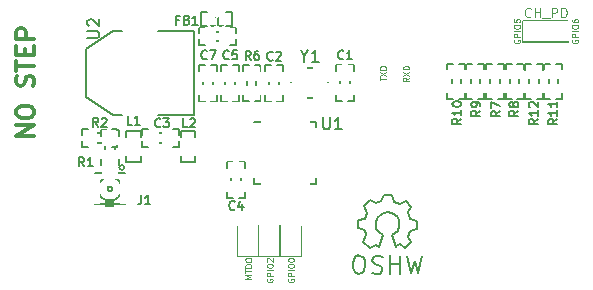
<source format=gto>
G04 #@! TF.FileFunction,Legend,Top*
%FSLAX46Y46*%
G04 Gerber Fmt 4.6, Leading zero omitted, Abs format (unit mm)*
G04 Created by KiCad (PCBNEW 4.0.1-3.201512221401+6198~38~ubuntu15.10.1-stable) date Fri 01 Jan 2016 03:11:18 PM CST*
%MOMM*%
G01*
G04 APERTURE LIST*
%ADD10C,0.100000*%
%ADD11C,0.125000*%
%ADD12C,0.375000*%
%ADD13C,0.150000*%
%ADD14C,0.203200*%
%ADD15C,0.152400*%
%ADD16R,1.365200X1.670000*%
%ADD17C,3.150000*%
%ADD18R,1.400000X1.350000*%
%ADD19R,1.800000X1.600000*%
%ADD20R,1.100000X0.650000*%
%ADD21R,0.650000X1.100000*%
%ADD22R,2.125000X2.125000*%
%ADD23R,1.100000X1.100000*%
%ADD24R,2.127200X2.127200*%
%ADD25O,2.127200X2.127200*%
%ADD26R,1.350000X1.400000*%
%ADD27R,1.400000X1.300000*%
%ADD28R,1.400000X1.400000*%
%ADD29R,1.400000X2.600000*%
%ADD30R,1.300000X1.400000*%
%ADD31C,1.924000*%
%ADD32R,2.432000X4.057600*%
%ADD33R,2.432000X1.416000*%
%ADD34R,1.670000X1.365200*%
G04 APERTURE END LIST*
D10*
D11*
X80900000Y-114138095D02*
X80876190Y-114185714D01*
X80876190Y-114257142D01*
X80900000Y-114328571D01*
X80947619Y-114376190D01*
X80995238Y-114399999D01*
X81090476Y-114423809D01*
X81161905Y-114423809D01*
X81257143Y-114399999D01*
X81304762Y-114376190D01*
X81352381Y-114328571D01*
X81376190Y-114257142D01*
X81376190Y-114209523D01*
X81352381Y-114138095D01*
X81328571Y-114114285D01*
X81161905Y-114114285D01*
X81161905Y-114209523D01*
X81376190Y-113899999D02*
X80876190Y-113899999D01*
X80876190Y-113709523D01*
X80900000Y-113661904D01*
X80923810Y-113638095D01*
X80971429Y-113614285D01*
X81042857Y-113614285D01*
X81090476Y-113638095D01*
X81114286Y-113661904D01*
X81138095Y-113709523D01*
X81138095Y-113899999D01*
X81376190Y-113399999D02*
X80876190Y-113399999D01*
X80876190Y-113066666D02*
X80876190Y-112971428D01*
X80900000Y-112923809D01*
X80947619Y-112876190D01*
X81042857Y-112852381D01*
X81209524Y-112852381D01*
X81304762Y-112876190D01*
X81352381Y-112923809D01*
X81376190Y-112971428D01*
X81376190Y-113066666D01*
X81352381Y-113114285D01*
X81304762Y-113161904D01*
X81209524Y-113185714D01*
X81042857Y-113185714D01*
X80947619Y-113161904D01*
X80900000Y-113114285D01*
X80876190Y-113066666D01*
X80923810Y-112661904D02*
X80900000Y-112638094D01*
X80876190Y-112590475D01*
X80876190Y-112471428D01*
X80900000Y-112423809D01*
X80923810Y-112399999D01*
X80971429Y-112376190D01*
X81019048Y-112376190D01*
X81090476Y-112399999D01*
X81376190Y-112685713D01*
X81376190Y-112376190D01*
X82700000Y-114138095D02*
X82676190Y-114185714D01*
X82676190Y-114257142D01*
X82700000Y-114328571D01*
X82747619Y-114376190D01*
X82795238Y-114399999D01*
X82890476Y-114423809D01*
X82961905Y-114423809D01*
X83057143Y-114399999D01*
X83104762Y-114376190D01*
X83152381Y-114328571D01*
X83176190Y-114257142D01*
X83176190Y-114209523D01*
X83152381Y-114138095D01*
X83128571Y-114114285D01*
X82961905Y-114114285D01*
X82961905Y-114209523D01*
X83176190Y-113899999D02*
X82676190Y-113899999D01*
X82676190Y-113709523D01*
X82700000Y-113661904D01*
X82723810Y-113638095D01*
X82771429Y-113614285D01*
X82842857Y-113614285D01*
X82890476Y-113638095D01*
X82914286Y-113661904D01*
X82938095Y-113709523D01*
X82938095Y-113899999D01*
X83176190Y-113399999D02*
X82676190Y-113399999D01*
X82676190Y-113066666D02*
X82676190Y-112971428D01*
X82700000Y-112923809D01*
X82747619Y-112876190D01*
X82842857Y-112852381D01*
X83009524Y-112852381D01*
X83104762Y-112876190D01*
X83152381Y-112923809D01*
X83176190Y-112971428D01*
X83176190Y-113066666D01*
X83152381Y-113114285D01*
X83104762Y-113161904D01*
X83009524Y-113185714D01*
X82842857Y-113185714D01*
X82747619Y-113161904D01*
X82700000Y-113114285D01*
X82676190Y-113066666D01*
X82676190Y-112542856D02*
X82676190Y-112495237D01*
X82700000Y-112447618D01*
X82723810Y-112423809D01*
X82771429Y-112399999D01*
X82866667Y-112376190D01*
X82985714Y-112376190D01*
X83080952Y-112399999D01*
X83128571Y-112423809D01*
X83152381Y-112447618D01*
X83176190Y-112495237D01*
X83176190Y-112542856D01*
X83152381Y-112590475D01*
X83128571Y-112614285D01*
X83080952Y-112638094D01*
X82985714Y-112661904D01*
X82866667Y-112661904D01*
X82771429Y-112638094D01*
X82723810Y-112614285D01*
X82700000Y-112590475D01*
X82676190Y-112542856D01*
X79576190Y-114119047D02*
X79076190Y-114119047D01*
X79433333Y-113952381D01*
X79076190Y-113785714D01*
X79576190Y-113785714D01*
X79076190Y-113619047D02*
X79076190Y-113333333D01*
X79576190Y-113476190D02*
X79076190Y-113476190D01*
X79576190Y-113166666D02*
X79076190Y-113166666D01*
X79076190Y-113047619D01*
X79100000Y-112976190D01*
X79147619Y-112928571D01*
X79195238Y-112904762D01*
X79290476Y-112880952D01*
X79361905Y-112880952D01*
X79457143Y-112904762D01*
X79504762Y-112928571D01*
X79552381Y-112976190D01*
X79576190Y-113047619D01*
X79576190Y-113166666D01*
X79076190Y-112571428D02*
X79076190Y-112476190D01*
X79100000Y-112428571D01*
X79147619Y-112380952D01*
X79242857Y-112357143D01*
X79409524Y-112357143D01*
X79504762Y-112380952D01*
X79552381Y-112428571D01*
X79576190Y-112476190D01*
X79576190Y-112571428D01*
X79552381Y-112619047D01*
X79504762Y-112666666D01*
X79409524Y-112690476D01*
X79242857Y-112690476D01*
X79147619Y-112666666D01*
X79100000Y-112619047D01*
X79076190Y-112571428D01*
X106750000Y-93888095D02*
X106726190Y-93935714D01*
X106726190Y-94007142D01*
X106750000Y-94078571D01*
X106797619Y-94126190D01*
X106845238Y-94149999D01*
X106940476Y-94173809D01*
X107011905Y-94173809D01*
X107107143Y-94149999D01*
X107154762Y-94126190D01*
X107202381Y-94078571D01*
X107226190Y-94007142D01*
X107226190Y-93959523D01*
X107202381Y-93888095D01*
X107178571Y-93864285D01*
X107011905Y-93864285D01*
X107011905Y-93959523D01*
X107226190Y-93649999D02*
X106726190Y-93649999D01*
X106726190Y-93459523D01*
X106750000Y-93411904D01*
X106773810Y-93388095D01*
X106821429Y-93364285D01*
X106892857Y-93364285D01*
X106940476Y-93388095D01*
X106964286Y-93411904D01*
X106988095Y-93459523D01*
X106988095Y-93649999D01*
X107226190Y-93149999D02*
X106726190Y-93149999D01*
X106726190Y-92816666D02*
X106726190Y-92721428D01*
X106750000Y-92673809D01*
X106797619Y-92626190D01*
X106892857Y-92602381D01*
X107059524Y-92602381D01*
X107154762Y-92626190D01*
X107202381Y-92673809D01*
X107226190Y-92721428D01*
X107226190Y-92816666D01*
X107202381Y-92864285D01*
X107154762Y-92911904D01*
X107059524Y-92935714D01*
X106892857Y-92935714D01*
X106797619Y-92911904D01*
X106750000Y-92864285D01*
X106726190Y-92816666D01*
X106726190Y-92173809D02*
X106726190Y-92269047D01*
X106750000Y-92316666D01*
X106773810Y-92340475D01*
X106845238Y-92388094D01*
X106940476Y-92411904D01*
X107130952Y-92411904D01*
X107178571Y-92388094D01*
X107202381Y-92364285D01*
X107226190Y-92316666D01*
X107226190Y-92221428D01*
X107202381Y-92173809D01*
X107178571Y-92149999D01*
X107130952Y-92126190D01*
X107011905Y-92126190D01*
X106964286Y-92149999D01*
X106940476Y-92173809D01*
X106916667Y-92221428D01*
X106916667Y-92316666D01*
X106940476Y-92364285D01*
X106964286Y-92388094D01*
X107011905Y-92411904D01*
X101850000Y-93888095D02*
X101826190Y-93935714D01*
X101826190Y-94007142D01*
X101850000Y-94078571D01*
X101897619Y-94126190D01*
X101945238Y-94149999D01*
X102040476Y-94173809D01*
X102111905Y-94173809D01*
X102207143Y-94149999D01*
X102254762Y-94126190D01*
X102302381Y-94078571D01*
X102326190Y-94007142D01*
X102326190Y-93959523D01*
X102302381Y-93888095D01*
X102278571Y-93864285D01*
X102111905Y-93864285D01*
X102111905Y-93959523D01*
X102326190Y-93649999D02*
X101826190Y-93649999D01*
X101826190Y-93459523D01*
X101850000Y-93411904D01*
X101873810Y-93388095D01*
X101921429Y-93364285D01*
X101992857Y-93364285D01*
X102040476Y-93388095D01*
X102064286Y-93411904D01*
X102088095Y-93459523D01*
X102088095Y-93649999D01*
X102326190Y-93149999D02*
X101826190Y-93149999D01*
X101826190Y-92816666D02*
X101826190Y-92721428D01*
X101850000Y-92673809D01*
X101897619Y-92626190D01*
X101992857Y-92602381D01*
X102159524Y-92602381D01*
X102254762Y-92626190D01*
X102302381Y-92673809D01*
X102326190Y-92721428D01*
X102326190Y-92816666D01*
X102302381Y-92864285D01*
X102254762Y-92911904D01*
X102159524Y-92935714D01*
X101992857Y-92935714D01*
X101897619Y-92911904D01*
X101850000Y-92864285D01*
X101826190Y-92816666D01*
X101826190Y-92149999D02*
X101826190Y-92388094D01*
X102064286Y-92411904D01*
X102040476Y-92388094D01*
X102016667Y-92340475D01*
X102016667Y-92221428D01*
X102040476Y-92173809D01*
X102064286Y-92149999D01*
X102111905Y-92126190D01*
X102230952Y-92126190D01*
X102278571Y-92149999D01*
X102302381Y-92173809D01*
X102326190Y-92221428D01*
X102326190Y-92340475D01*
X102302381Y-92388094D01*
X102278571Y-92411904D01*
D12*
X61178571Y-102000000D02*
X59678571Y-102000000D01*
X61178571Y-101142857D01*
X59678571Y-101142857D01*
X59678571Y-100142857D02*
X59678571Y-99857143D01*
X59750000Y-99714285D01*
X59892857Y-99571428D01*
X60178571Y-99500000D01*
X60678571Y-99500000D01*
X60964286Y-99571428D01*
X61107143Y-99714285D01*
X61178571Y-99857143D01*
X61178571Y-100142857D01*
X61107143Y-100285714D01*
X60964286Y-100428571D01*
X60678571Y-100500000D01*
X60178571Y-100500000D01*
X59892857Y-100428571D01*
X59750000Y-100285714D01*
X59678571Y-100142857D01*
X61107143Y-97785714D02*
X61178571Y-97571428D01*
X61178571Y-97214285D01*
X61107143Y-97071428D01*
X61035714Y-96999999D01*
X60892857Y-96928571D01*
X60750000Y-96928571D01*
X60607143Y-96999999D01*
X60535714Y-97071428D01*
X60464286Y-97214285D01*
X60392857Y-97499999D01*
X60321429Y-97642857D01*
X60250000Y-97714285D01*
X60107143Y-97785714D01*
X59964286Y-97785714D01*
X59821429Y-97714285D01*
X59750000Y-97642857D01*
X59678571Y-97499999D01*
X59678571Y-97142857D01*
X59750000Y-96928571D01*
X59678571Y-96500000D02*
X59678571Y-95642857D01*
X61178571Y-96071428D02*
X59678571Y-96071428D01*
X60392857Y-95142857D02*
X60392857Y-94642857D01*
X61178571Y-94428571D02*
X61178571Y-95142857D01*
X59678571Y-95142857D01*
X59678571Y-94428571D01*
X61178571Y-93785714D02*
X59678571Y-93785714D01*
X59678571Y-93214286D01*
X59750000Y-93071428D01*
X59821429Y-93000000D01*
X59964286Y-92928571D01*
X60178571Y-92928571D01*
X60321429Y-93000000D01*
X60392857Y-93071428D01*
X60464286Y-93214286D01*
X60464286Y-93785714D01*
D13*
X102595000Y-94039000D02*
X106405000Y-94039000D01*
X106405000Y-94039000D02*
X106405000Y-92261000D01*
X106405000Y-92261000D02*
X102595000Y-92261000D01*
X102595000Y-94039000D02*
X102595000Y-92261000D01*
D14*
X77000000Y-96000000D02*
X77500000Y-96000000D01*
X77000000Y-96000000D02*
X77000000Y-96500000D01*
X78500000Y-96000000D02*
X78000000Y-96000000D01*
X78500000Y-96000000D02*
X78500000Y-96500000D01*
X78500000Y-99100000D02*
X78500000Y-98600000D01*
X78500000Y-99100000D02*
X78000000Y-99100000D01*
X77000000Y-99100000D02*
X77000000Y-98600000D01*
X77000000Y-99100000D02*
X77500000Y-99100000D01*
X77350000Y-97150000D02*
X78150000Y-97150000D01*
X77350000Y-97950000D02*
X78150000Y-97950000D01*
X77350000Y-98350000D02*
X78150000Y-98350000D01*
X78150000Y-98350000D02*
X78150000Y-96750000D01*
X78150000Y-96750000D02*
X77350000Y-96750000D01*
X77350000Y-96750000D02*
X77350000Y-98350000D01*
D13*
X86106700Y-98834120D02*
X82906700Y-98834120D01*
X82906700Y-98834120D02*
X82906700Y-96234120D01*
X82906700Y-96234120D02*
X86106700Y-96234120D01*
X86106700Y-96234120D02*
X86106700Y-98834120D01*
X85085800Y-100825000D02*
X85085800Y-101350000D01*
X79835800Y-106075000D02*
X79835800Y-105550000D01*
X85085800Y-106075000D02*
X85085800Y-105550000D01*
X79835800Y-100825000D02*
X80360800Y-100825000D01*
X79835800Y-106075000D02*
X80360800Y-106075000D01*
X85085800Y-106075000D02*
X84560800Y-106075000D01*
X85085800Y-100825000D02*
X84560800Y-100825000D01*
D14*
X77950000Y-91500000D02*
X77950000Y-92700000D01*
X77950000Y-92700000D02*
X77450000Y-92700000D01*
X77950000Y-91500000D02*
X77450000Y-91500000D01*
X75350000Y-92700000D02*
X75350000Y-91500000D01*
X75350000Y-91500000D02*
X75850000Y-91500000D01*
X75350000Y-92700000D02*
X75850000Y-92700000D01*
X69000000Y-101600000D02*
X70200000Y-101600000D01*
X70200000Y-101600000D02*
X70200000Y-102100000D01*
X69000000Y-101600000D02*
X69000000Y-102100000D01*
X70200000Y-104200000D02*
X69000000Y-104200000D01*
X69000000Y-104200000D02*
X69000000Y-103700000D01*
X70200000Y-104200000D02*
X70200000Y-103700000D01*
X73600000Y-101600000D02*
X74800000Y-101600000D01*
X74800000Y-101600000D02*
X74800000Y-102100000D01*
X73600000Y-101600000D02*
X73600000Y-102100000D01*
X74800000Y-104200000D02*
X73600000Y-104200000D01*
X73600000Y-104200000D02*
X73600000Y-103700000D01*
X74800000Y-104200000D02*
X74800000Y-103700000D01*
X76650000Y-99100000D02*
X76150000Y-99100000D01*
X76650000Y-99100000D02*
X76650000Y-98600000D01*
X75150000Y-99100000D02*
X75650000Y-99100000D01*
X75150000Y-99100000D02*
X75150000Y-98600000D01*
X75150000Y-96000000D02*
X75150000Y-96500000D01*
X75150000Y-96000000D02*
X75650000Y-96000000D01*
X76650000Y-96000000D02*
X76650000Y-96500000D01*
X76650000Y-96000000D02*
X76150000Y-96000000D01*
X76300000Y-97950000D02*
X75500000Y-97950000D01*
X76300000Y-97150000D02*
X75500000Y-97150000D01*
X76300000Y-96750000D02*
X75500000Y-96750000D01*
X75500000Y-96750000D02*
X75500000Y-98350000D01*
X75500000Y-98350000D02*
X76300000Y-98350000D01*
X76300000Y-98350000D02*
X76300000Y-96750000D01*
X78245200Y-92850000D02*
X78245200Y-93350000D01*
X78245200Y-92850000D02*
X77745200Y-92850000D01*
X78245200Y-94350000D02*
X78245200Y-93850000D01*
X78245200Y-94350000D02*
X77745200Y-94350000D01*
X75145200Y-94350000D02*
X75645200Y-94350000D01*
X75145200Y-94350000D02*
X75145200Y-93850000D01*
X75145200Y-92850000D02*
X75645200Y-92850000D01*
X75145200Y-92850000D02*
X75145200Y-93350000D01*
X77095200Y-93200000D02*
X77095200Y-94000000D01*
X76295200Y-93200000D02*
X76295200Y-94000000D01*
X75895200Y-93200000D02*
X75895200Y-94000000D01*
X75895200Y-94000000D02*
X77495200Y-94000000D01*
X77495200Y-94000000D02*
X77495200Y-93200000D01*
X77495200Y-93200000D02*
X75895200Y-93200000D01*
X79032800Y-107300000D02*
X78532800Y-107300000D01*
X79032800Y-107300000D02*
X79032800Y-106800000D01*
X77532800Y-107300000D02*
X78032800Y-107300000D01*
X77532800Y-107300000D02*
X77532800Y-106800000D01*
X77532800Y-104200000D02*
X77532800Y-104700000D01*
X77532800Y-104200000D02*
X78032800Y-104200000D01*
X79032800Y-104200000D02*
X79032800Y-104700000D01*
X79032800Y-104200000D02*
X78532800Y-104200000D01*
X78682800Y-106150000D02*
X77882800Y-106150000D01*
X78682800Y-105350000D02*
X77882800Y-105350000D01*
X78682800Y-104950000D02*
X77882800Y-104950000D01*
X77882800Y-104950000D02*
X77882800Y-106550000D01*
X77882800Y-106550000D02*
X78682800Y-106550000D01*
X78682800Y-106550000D02*
X78682800Y-104950000D01*
X80750000Y-96000000D02*
X81250000Y-96000000D01*
X80750000Y-96000000D02*
X80750000Y-96500000D01*
X82250000Y-96000000D02*
X81750000Y-96000000D01*
X82250000Y-96000000D02*
X82250000Y-96500000D01*
X82250000Y-99100000D02*
X82250000Y-98600000D01*
X82250000Y-99100000D02*
X81750000Y-99100000D01*
X80750000Y-99100000D02*
X80750000Y-98600000D01*
X80750000Y-99100000D02*
X81250000Y-99100000D01*
X81100000Y-97150000D02*
X81900000Y-97150000D01*
X81100000Y-97950000D02*
X81900000Y-97950000D01*
X81100000Y-98350000D02*
X81900000Y-98350000D01*
X81900000Y-98350000D02*
X81900000Y-96750000D01*
X81900000Y-96750000D02*
X81100000Y-96750000D01*
X81100000Y-96750000D02*
X81100000Y-98350000D01*
X88250000Y-99089000D02*
X87750000Y-99089000D01*
X88250000Y-99089000D02*
X88250000Y-98589000D01*
X86750000Y-99089000D02*
X87250000Y-99089000D01*
X86750000Y-99089000D02*
X86750000Y-98589000D01*
X86750000Y-95989000D02*
X86750000Y-96489000D01*
X86750000Y-95989000D02*
X87250000Y-95989000D01*
X88250000Y-95989000D02*
X88250000Y-96489000D01*
X88250000Y-95989000D02*
X87750000Y-95989000D01*
X87900000Y-97939000D02*
X87100000Y-97939000D01*
X87900000Y-97139000D02*
X87100000Y-97139000D01*
X87900000Y-96739000D02*
X87100000Y-96739000D01*
X87100000Y-96739000D02*
X87100000Y-98339000D01*
X87100000Y-98339000D02*
X87900000Y-98339000D01*
X87900000Y-98339000D02*
X87900000Y-96739000D01*
X70338200Y-102950000D02*
X70338200Y-102450000D01*
X70338200Y-102950000D02*
X70838200Y-102950000D01*
X70338200Y-101450000D02*
X70338200Y-101950000D01*
X70338200Y-101450000D02*
X70838200Y-101450000D01*
X73438200Y-101450000D02*
X72938200Y-101450000D01*
X73438200Y-101450000D02*
X73438200Y-101950000D01*
X73438200Y-102950000D02*
X72938200Y-102950000D01*
X73438200Y-102950000D02*
X73438200Y-102450000D01*
X71488200Y-102600000D02*
X71488200Y-101800000D01*
X72288200Y-102600000D02*
X72288200Y-101800000D01*
X72688200Y-102600000D02*
X72688200Y-101800000D01*
X72688200Y-101800000D02*
X71088200Y-101800000D01*
X71088200Y-101800000D02*
X71088200Y-102600000D01*
X71088200Y-102600000D02*
X72688200Y-102600000D01*
X104250000Y-95902280D02*
X104250000Y-96402280D01*
X103750000Y-95902280D02*
X104250000Y-95902280D01*
X102750000Y-95902280D02*
X103250000Y-95902280D01*
X102750000Y-96402280D02*
X102750000Y-95902280D01*
X102750000Y-98902280D02*
X102750000Y-98402280D01*
X103250000Y-98902280D02*
X102750000Y-98902280D01*
X104250000Y-98902280D02*
X103750000Y-98902280D01*
X104250000Y-98902280D02*
X104250000Y-98402280D01*
X103900000Y-96602280D02*
X103100000Y-96602280D01*
X103100000Y-96602280D02*
X103100000Y-98202280D01*
X103100000Y-98202280D02*
X103900000Y-98202280D01*
X103900000Y-98202280D02*
X103900000Y-96602280D01*
X97676360Y-95900000D02*
X97676360Y-96400000D01*
X97176360Y-95900000D02*
X97676360Y-95900000D01*
X96176360Y-95900000D02*
X96676360Y-95900000D01*
X96176360Y-96400000D02*
X96176360Y-95900000D01*
X96176360Y-98900000D02*
X96176360Y-98400000D01*
X96676360Y-98900000D02*
X96176360Y-98900000D01*
X97676360Y-98900000D02*
X97176360Y-98900000D01*
X97676360Y-98900000D02*
X97676360Y-98400000D01*
X97326360Y-96600000D02*
X96526360Y-96600000D01*
X96526360Y-96600000D02*
X96526360Y-98200000D01*
X96526360Y-98200000D02*
X97326360Y-98200000D01*
X97326360Y-98200000D02*
X97326360Y-96600000D01*
X99300000Y-95900000D02*
X99300000Y-96400000D01*
X98800000Y-95900000D02*
X99300000Y-95900000D01*
X97800000Y-95900000D02*
X98300000Y-95900000D01*
X97800000Y-96400000D02*
X97800000Y-95900000D01*
X97800000Y-98900000D02*
X97800000Y-98400000D01*
X98300000Y-98900000D02*
X97800000Y-98900000D01*
X99300000Y-98900000D02*
X98800000Y-98900000D01*
X99300000Y-98900000D02*
X99300000Y-98400000D01*
X98950000Y-96600000D02*
X98150000Y-96600000D01*
X98150000Y-96600000D02*
X98150000Y-98200000D01*
X98150000Y-98200000D02*
X98950000Y-98200000D01*
X98950000Y-98200000D02*
X98950000Y-96600000D01*
X102606500Y-95900000D02*
X102606500Y-96400000D01*
X102106500Y-95900000D02*
X102606500Y-95900000D01*
X101106500Y-95900000D02*
X101606500Y-95900000D01*
X101106500Y-96400000D02*
X101106500Y-95900000D01*
X101106500Y-98900000D02*
X101106500Y-98400000D01*
X101606500Y-98900000D02*
X101106500Y-98900000D01*
X102606500Y-98900000D02*
X102106500Y-98900000D01*
X102606500Y-98900000D02*
X102606500Y-98400000D01*
X102256500Y-96600000D02*
X101456500Y-96600000D01*
X101456500Y-96600000D02*
X101456500Y-98200000D01*
X101456500Y-98200000D02*
X102256500Y-98200000D01*
X102256500Y-98200000D02*
X102256500Y-96600000D01*
X100950000Y-95900000D02*
X100950000Y-96400000D01*
X100450000Y-95900000D02*
X100950000Y-95900000D01*
X99450000Y-95900000D02*
X99950000Y-95900000D01*
X99450000Y-96400000D02*
X99450000Y-95900000D01*
X99450000Y-98900000D02*
X99450000Y-98400000D01*
X99950000Y-98900000D02*
X99450000Y-98900000D01*
X100950000Y-98900000D02*
X100450000Y-98900000D01*
X100950000Y-98900000D02*
X100950000Y-98400000D01*
X100600000Y-96600000D02*
X99800000Y-96600000D01*
X99800000Y-96600000D02*
X99800000Y-98200000D01*
X99800000Y-98200000D02*
X100600000Y-98200000D01*
X100600000Y-98200000D02*
X100600000Y-96600000D01*
X80350000Y-96050000D02*
X80350000Y-96550000D01*
X79850000Y-96050000D02*
X80350000Y-96050000D01*
X78850000Y-96050000D02*
X79350000Y-96050000D01*
X78850000Y-96550000D02*
X78850000Y-96050000D01*
X78850000Y-99050000D02*
X78850000Y-98550000D01*
X79350000Y-99050000D02*
X78850000Y-99050000D01*
X80350000Y-99050000D02*
X79850000Y-99050000D01*
X80350000Y-99050000D02*
X80350000Y-98550000D01*
X80000000Y-96750000D02*
X79200000Y-96750000D01*
X79200000Y-96750000D02*
X79200000Y-98350000D01*
X79200000Y-98350000D02*
X80000000Y-98350000D01*
X80000000Y-98350000D02*
X80000000Y-96750000D01*
X67300000Y-107600000D02*
X67900000Y-107600000D01*
X67300000Y-108000000D02*
X67300000Y-107500000D01*
X67300000Y-108000000D02*
X67900000Y-108000000D01*
X67900000Y-108000000D02*
X67900000Y-107500000D01*
X67800000Y-106500000D02*
G75*
G03X67800000Y-106500000I-200000J0D01*
G01*
X68600000Y-106500000D02*
G75*
G03X68600000Y-106500000I-1000000J0D01*
G01*
X68800000Y-104700000D02*
G75*
G03X68800000Y-104700000I-200000J0D01*
G01*
X68900000Y-105200000D02*
X66300000Y-105200000D01*
X66300000Y-105200000D02*
X66300000Y-107800000D01*
X66300000Y-107800000D02*
X68900000Y-107800000D01*
X68900000Y-107800000D02*
X68900000Y-105200000D01*
X68350000Y-101500000D02*
X68350000Y-102000000D01*
X67850000Y-101500000D02*
X68350000Y-101500000D01*
X66850000Y-101500000D02*
X67350000Y-101500000D01*
X66850000Y-102000000D02*
X66850000Y-101500000D01*
X66850000Y-104500000D02*
X66850000Y-104000000D01*
X67350000Y-104500000D02*
X66850000Y-104500000D01*
X68350000Y-104500000D02*
X67850000Y-104500000D01*
X68350000Y-104500000D02*
X68350000Y-104000000D01*
X68000000Y-102200000D02*
X67200000Y-102200000D01*
X67200000Y-102200000D02*
X67200000Y-103800000D01*
X67200000Y-103800000D02*
X68000000Y-103800000D01*
X68000000Y-103800000D02*
X68000000Y-102200000D01*
X65238400Y-101450000D02*
X65738400Y-101450000D01*
X65238400Y-101950000D02*
X65238400Y-101450000D01*
X65238400Y-102950000D02*
X65238400Y-102450000D01*
X65738400Y-102950000D02*
X65238400Y-102950000D01*
X68238400Y-102950000D02*
X67738400Y-102950000D01*
X68238400Y-102450000D02*
X68238400Y-102950000D01*
X68238400Y-101450000D02*
X68238400Y-101950000D01*
X68238400Y-101450000D02*
X67738400Y-101450000D01*
X65938400Y-101800000D02*
X65938400Y-102600000D01*
X65938400Y-102600000D02*
X67538400Y-102600000D01*
X67538400Y-102600000D02*
X67538400Y-101800000D01*
X67538400Y-101800000D02*
X65938400Y-101800000D01*
X105900000Y-95900000D02*
X105900000Y-96400000D01*
X105400000Y-95900000D02*
X105900000Y-95900000D01*
X104400000Y-95900000D02*
X104900000Y-95900000D01*
X104400000Y-96400000D02*
X104400000Y-95900000D01*
X104400000Y-98900000D02*
X104400000Y-98400000D01*
X104900000Y-98900000D02*
X104400000Y-98900000D01*
X105900000Y-98900000D02*
X105400000Y-98900000D01*
X105900000Y-98900000D02*
X105900000Y-98400000D01*
X105550000Y-96600000D02*
X104750000Y-96600000D01*
X104750000Y-96600000D02*
X104750000Y-98200000D01*
X104750000Y-98200000D02*
X105550000Y-98200000D01*
X105550000Y-98200000D02*
X105550000Y-96600000D01*
D13*
X71678800Y-100279200D02*
X74726800Y-100279200D01*
X74726800Y-100279200D02*
X74726800Y-93167200D01*
X74726800Y-93167200D02*
X71678800Y-93167200D01*
X68630800Y-100279200D02*
X67868800Y-100279200D01*
X67868800Y-100279200D02*
X65582800Y-98755200D01*
X65582800Y-98755200D02*
X65582800Y-94691200D01*
X65582800Y-94691200D02*
X67868800Y-93167200D01*
X67868800Y-93167200D02*
X68630800Y-93167200D01*
X92768780Y-112189860D02*
X93129460Y-113660520D01*
X93129460Y-113660520D02*
X93408860Y-112598800D01*
X93408860Y-112598800D02*
X93718740Y-113670680D01*
X93718740Y-113670680D02*
X94059100Y-112220340D01*
X91348920Y-112880740D02*
X92138860Y-112870580D01*
X92138860Y-112870580D02*
X92149020Y-112880740D01*
X92149020Y-112880740D02*
X92149020Y-112870580D01*
X92189660Y-112159380D02*
X92189660Y-113701160D01*
X91300660Y-112149220D02*
X91300660Y-113718940D01*
X91300660Y-113718940D02*
X91310820Y-113708780D01*
X90749480Y-112250820D02*
X90398960Y-112169540D01*
X90398960Y-112169540D02*
X90078920Y-112159380D01*
X90078920Y-112159380D02*
X89840160Y-112360040D01*
X89840160Y-112360040D02*
X89809680Y-112629280D01*
X89809680Y-112629280D02*
X90050980Y-112870580D01*
X90050980Y-112870580D02*
X90439600Y-113000120D01*
X90439600Y-113000120D02*
X90619940Y-113160140D01*
X90619940Y-113160140D02*
X90660580Y-113459860D01*
X90660580Y-113459860D02*
X90429440Y-113680840D01*
X90429440Y-113680840D02*
X90109400Y-113708780D01*
X90109400Y-113708780D02*
X89758880Y-113599560D01*
X88720020Y-112149220D02*
X88471100Y-112169540D01*
X88471100Y-112169540D02*
X88229800Y-112410840D01*
X88229800Y-112410840D02*
X88140900Y-112901060D01*
X88140900Y-112901060D02*
X88168840Y-113249040D01*
X88168840Y-113249040D02*
X88369500Y-113569080D01*
X88369500Y-113569080D02*
X88620960Y-113691000D01*
X88620960Y-113691000D02*
X88930840Y-113619880D01*
X88930840Y-113619880D02*
X89149280Y-113439540D01*
X89149280Y-113439540D02*
X89220400Y-112979800D01*
X89220400Y-112979800D02*
X89169600Y-112570860D01*
X89169600Y-112570860D02*
X89060380Y-112288920D01*
X89060380Y-112288920D02*
X88699700Y-112159380D01*
X89319460Y-110429640D02*
X89060380Y-110990980D01*
X89060380Y-110990980D02*
X89598860Y-111509140D01*
X89598860Y-111509140D02*
X90119560Y-111239900D01*
X90119560Y-111239900D02*
X90398960Y-111399920D01*
X91839140Y-111379600D02*
X92169340Y-111189100D01*
X92169340Y-111189100D02*
X92608760Y-111519300D01*
X92608760Y-111519300D02*
X93081200Y-111029080D01*
X93081200Y-111029080D02*
X92799260Y-110549020D01*
X92799260Y-110549020D02*
X92989760Y-110079120D01*
X92989760Y-110079120D02*
X93599360Y-109891160D01*
X93599360Y-109891160D02*
X93599360Y-109210440D01*
X93599360Y-109210440D02*
X93040560Y-109070740D01*
X93040560Y-109070740D02*
X92839900Y-108499240D01*
X92839900Y-108499240D02*
X93109140Y-108029340D01*
X93109140Y-108029340D02*
X92639240Y-107518800D01*
X92639240Y-107518800D02*
X92121080Y-107780420D01*
X92121080Y-107780420D02*
X91651180Y-107579760D01*
X91651180Y-107579760D02*
X91481000Y-107038740D01*
X91481000Y-107038740D02*
X90790120Y-107020960D01*
X90790120Y-107020960D02*
X90579300Y-107569600D01*
X90579300Y-107569600D02*
X90160200Y-107739780D01*
X90160200Y-107739780D02*
X89609020Y-107470540D01*
X89609020Y-107470540D02*
X89090860Y-107998860D01*
X89090860Y-107998860D02*
X89339780Y-108539880D01*
X89339780Y-108539880D02*
X89169600Y-109019940D01*
X89169600Y-109019940D02*
X88620960Y-109119000D01*
X88620960Y-109119000D02*
X88610800Y-109820040D01*
X88610800Y-109820040D02*
X89169600Y-110020700D01*
X89169600Y-110020700D02*
X89309300Y-110419480D01*
X91450520Y-110399160D02*
X91750240Y-110249300D01*
X91750240Y-110249300D02*
X91950900Y-110051180D01*
X91950900Y-110051180D02*
X92100760Y-109649860D01*
X92100760Y-109649860D02*
X92100760Y-109251080D01*
X92100760Y-109251080D02*
X91950900Y-108900560D01*
X91950900Y-108900560D02*
X91498780Y-108550040D01*
X91498780Y-108550040D02*
X91049200Y-108499240D01*
X91049200Y-108499240D02*
X90650420Y-108600840D01*
X90650420Y-108600840D02*
X90249100Y-108948820D01*
X90249100Y-108948820D02*
X90099240Y-109400940D01*
X90099240Y-109400940D02*
X90150040Y-109898780D01*
X90150040Y-109898780D02*
X90398960Y-110201040D01*
X90398960Y-110201040D02*
X90749480Y-110399160D01*
X90749480Y-110399160D02*
X90398960Y-111399920D01*
X91450520Y-110399160D02*
X91849300Y-111399920D01*
X78408580Y-109632940D02*
X78408580Y-112172940D01*
X80186580Y-112172940D02*
X80186580Y-109632940D01*
X80186580Y-112172940D02*
X78408580Y-112172940D01*
X78408580Y-109632940D02*
X80186580Y-109632940D01*
X82005220Y-109640560D02*
X82005220Y-112180560D01*
X83783220Y-112180560D02*
X83783220Y-109640560D01*
X83783220Y-112180560D02*
X82005220Y-112180560D01*
X82005220Y-109640560D02*
X83783220Y-109640560D01*
X80194200Y-109640560D02*
X80194200Y-112180560D01*
X81972200Y-112180560D02*
X81972200Y-109640560D01*
X81972200Y-112180560D02*
X80194200Y-112180560D01*
X80194200Y-109640560D02*
X81972200Y-109640560D01*
D11*
X103223810Y-91911714D02*
X103185715Y-91949810D01*
X103071429Y-91987905D01*
X102995239Y-91987905D01*
X102880953Y-91949810D01*
X102804762Y-91873619D01*
X102766667Y-91797429D01*
X102728572Y-91645048D01*
X102728572Y-91530762D01*
X102766667Y-91378381D01*
X102804762Y-91302190D01*
X102880953Y-91226000D01*
X102995239Y-91187905D01*
X103071429Y-91187905D01*
X103185715Y-91226000D01*
X103223810Y-91264095D01*
X103566667Y-91987905D02*
X103566667Y-91187905D01*
X103566667Y-91568857D02*
X104023810Y-91568857D01*
X104023810Y-91987905D02*
X104023810Y-91187905D01*
X104214286Y-92064095D02*
X104823810Y-92064095D01*
X105014286Y-91987905D02*
X105014286Y-91187905D01*
X105319048Y-91187905D01*
X105395239Y-91226000D01*
X105433334Y-91264095D01*
X105471429Y-91340286D01*
X105471429Y-91454571D01*
X105433334Y-91530762D01*
X105395239Y-91568857D01*
X105319048Y-91606952D01*
X105014286Y-91606952D01*
X105814286Y-91987905D02*
X105814286Y-91187905D01*
X106004762Y-91187905D01*
X106119048Y-91226000D01*
X106195239Y-91302190D01*
X106233334Y-91378381D01*
X106271429Y-91530762D01*
X106271429Y-91645048D01*
X106233334Y-91797429D01*
X106195239Y-91873619D01*
X106119048Y-91949810D01*
X106004762Y-91987905D01*
X105814286Y-91987905D01*
D15*
X77673000Y-95472143D02*
X77636714Y-95508429D01*
X77527857Y-95544714D01*
X77455286Y-95544714D01*
X77346429Y-95508429D01*
X77273857Y-95435857D01*
X77237572Y-95363286D01*
X77201286Y-95218143D01*
X77201286Y-95109286D01*
X77237572Y-94964143D01*
X77273857Y-94891571D01*
X77346429Y-94819000D01*
X77455286Y-94782714D01*
X77527857Y-94782714D01*
X77636714Y-94819000D01*
X77673000Y-94855286D01*
X78362429Y-94782714D02*
X77999572Y-94782714D01*
X77963286Y-95145571D01*
X77999572Y-95109286D01*
X78072143Y-95073000D01*
X78253572Y-95073000D01*
X78326143Y-95109286D01*
X78362429Y-95145571D01*
X78398714Y-95218143D01*
X78398714Y-95399571D01*
X78362429Y-95472143D01*
X78326143Y-95508429D01*
X78253572Y-95544714D01*
X78072143Y-95544714D01*
X77999572Y-95508429D01*
X77963286Y-95472143D01*
D13*
X84073809Y-95276190D02*
X84073809Y-95752381D01*
X83740476Y-94752381D02*
X84073809Y-95276190D01*
X84407143Y-94752381D01*
X85264286Y-95752381D02*
X84692857Y-95752381D01*
X84978571Y-95752381D02*
X84978571Y-94752381D01*
X84883333Y-94895238D01*
X84788095Y-94990476D01*
X84692857Y-95038095D01*
X85638095Y-100452381D02*
X85638095Y-101261905D01*
X85685714Y-101357143D01*
X85733333Y-101404762D01*
X85828571Y-101452381D01*
X86019048Y-101452381D01*
X86114286Y-101404762D01*
X86161905Y-101357143D01*
X86209524Y-101261905D01*
X86209524Y-100452381D01*
X87209524Y-101452381D02*
X86638095Y-101452381D01*
X86923809Y-101452381D02*
X86923809Y-100452381D01*
X86828571Y-100595238D01*
X86733333Y-100690476D01*
X86638095Y-100738095D01*
D15*
X73465001Y-92195571D02*
X73211001Y-92195571D01*
X73211001Y-92594714D02*
X73211001Y-91832714D01*
X73573858Y-91832714D01*
X74118144Y-92195571D02*
X74227001Y-92231857D01*
X74263286Y-92268143D01*
X74299572Y-92340714D01*
X74299572Y-92449571D01*
X74263286Y-92522143D01*
X74227001Y-92558429D01*
X74154429Y-92594714D01*
X73864144Y-92594714D01*
X73864144Y-91832714D01*
X74118144Y-91832714D01*
X74190715Y-91869000D01*
X74227001Y-91905286D01*
X74263286Y-91977857D01*
X74263286Y-92050429D01*
X74227001Y-92123000D01*
X74190715Y-92159286D01*
X74118144Y-92195571D01*
X73864144Y-92195571D01*
X75025286Y-92594714D02*
X74589858Y-92594714D01*
X74807572Y-92594714D02*
X74807572Y-91832714D01*
X74735001Y-91941571D01*
X74662429Y-92014143D01*
X74589858Y-92050429D01*
X69473001Y-101094714D02*
X69110144Y-101094714D01*
X69110144Y-100332714D01*
X70126143Y-101094714D02*
X69690715Y-101094714D01*
X69908429Y-101094714D02*
X69908429Y-100332714D01*
X69835858Y-100441571D01*
X69763286Y-100514143D01*
X69690715Y-100550429D01*
X74173001Y-101294714D02*
X73810144Y-101294714D01*
X73810144Y-100532714D01*
X74390715Y-100605286D02*
X74427001Y-100569000D01*
X74499572Y-100532714D01*
X74681001Y-100532714D01*
X74753572Y-100569000D01*
X74789858Y-100605286D01*
X74826143Y-100677857D01*
X74826143Y-100750429D01*
X74789858Y-100859286D01*
X74354429Y-101294714D01*
X74826143Y-101294714D01*
X75823000Y-95472143D02*
X75786714Y-95508429D01*
X75677857Y-95544714D01*
X75605286Y-95544714D01*
X75496429Y-95508429D01*
X75423857Y-95435857D01*
X75387572Y-95363286D01*
X75351286Y-95218143D01*
X75351286Y-95109286D01*
X75387572Y-94964143D01*
X75423857Y-94891571D01*
X75496429Y-94819000D01*
X75605286Y-94782714D01*
X75677857Y-94782714D01*
X75786714Y-94819000D01*
X75823000Y-94855286D01*
X76077000Y-94782714D02*
X76585000Y-94782714D01*
X76258429Y-95544714D01*
X76466500Y-92627543D02*
X76430214Y-92663829D01*
X76321357Y-92700114D01*
X76248786Y-92700114D01*
X76139929Y-92663829D01*
X76067357Y-92591257D01*
X76031072Y-92518686D01*
X75994786Y-92373543D01*
X75994786Y-92264686D01*
X76031072Y-92119543D01*
X76067357Y-92046971D01*
X76139929Y-91974400D01*
X76248786Y-91938114D01*
X76321357Y-91938114D01*
X76430214Y-91974400D01*
X76466500Y-92010686D01*
X77119643Y-91938114D02*
X76974500Y-91938114D01*
X76901929Y-91974400D01*
X76865643Y-92010686D01*
X76793072Y-92119543D01*
X76756786Y-92264686D01*
X76756786Y-92554971D01*
X76793072Y-92627543D01*
X76829357Y-92663829D01*
X76901929Y-92700114D01*
X77047072Y-92700114D01*
X77119643Y-92663829D01*
X77155929Y-92627543D01*
X77192214Y-92554971D01*
X77192214Y-92373543D01*
X77155929Y-92300971D01*
X77119643Y-92264686D01*
X77047072Y-92228400D01*
X76901929Y-92228400D01*
X76829357Y-92264686D01*
X76793072Y-92300971D01*
X76756786Y-92373543D01*
X78173000Y-108222143D02*
X78136714Y-108258429D01*
X78027857Y-108294714D01*
X77955286Y-108294714D01*
X77846429Y-108258429D01*
X77773857Y-108185857D01*
X77737572Y-108113286D01*
X77701286Y-107968143D01*
X77701286Y-107859286D01*
X77737572Y-107714143D01*
X77773857Y-107641571D01*
X77846429Y-107569000D01*
X77955286Y-107532714D01*
X78027857Y-107532714D01*
X78136714Y-107569000D01*
X78173000Y-107605286D01*
X78826143Y-107786714D02*
X78826143Y-108294714D01*
X78644714Y-107496429D02*
X78463286Y-108040714D01*
X78935000Y-108040714D01*
X81373000Y-95572143D02*
X81336714Y-95608429D01*
X81227857Y-95644714D01*
X81155286Y-95644714D01*
X81046429Y-95608429D01*
X80973857Y-95535857D01*
X80937572Y-95463286D01*
X80901286Y-95318143D01*
X80901286Y-95209286D01*
X80937572Y-95064143D01*
X80973857Y-94991571D01*
X81046429Y-94919000D01*
X81155286Y-94882714D01*
X81227857Y-94882714D01*
X81336714Y-94919000D01*
X81373000Y-94955286D01*
X81663286Y-94955286D02*
X81699572Y-94919000D01*
X81772143Y-94882714D01*
X81953572Y-94882714D01*
X82026143Y-94919000D01*
X82062429Y-94955286D01*
X82098714Y-95027857D01*
X82098714Y-95100429D01*
X82062429Y-95209286D01*
X81627000Y-95644714D01*
X82098714Y-95644714D01*
X87373000Y-95479943D02*
X87336714Y-95516229D01*
X87227857Y-95552514D01*
X87155286Y-95552514D01*
X87046429Y-95516229D01*
X86973857Y-95443657D01*
X86937572Y-95371086D01*
X86901286Y-95225943D01*
X86901286Y-95117086D01*
X86937572Y-94971943D01*
X86973857Y-94899371D01*
X87046429Y-94826800D01*
X87155286Y-94790514D01*
X87227857Y-94790514D01*
X87336714Y-94826800D01*
X87373000Y-94863086D01*
X88098714Y-95552514D02*
X87663286Y-95552514D01*
X87881000Y-95552514D02*
X87881000Y-94790514D01*
X87808429Y-94899371D01*
X87735857Y-94971943D01*
X87663286Y-95008229D01*
X71873000Y-101222143D02*
X71836714Y-101258429D01*
X71727857Y-101294714D01*
X71655286Y-101294714D01*
X71546429Y-101258429D01*
X71473857Y-101185857D01*
X71437572Y-101113286D01*
X71401286Y-100968143D01*
X71401286Y-100859286D01*
X71437572Y-100714143D01*
X71473857Y-100641571D01*
X71546429Y-100569000D01*
X71655286Y-100532714D01*
X71727857Y-100532714D01*
X71836714Y-100569000D01*
X71873000Y-100605286D01*
X72127000Y-100532714D02*
X72598714Y-100532714D01*
X72344714Y-100823000D01*
X72453572Y-100823000D01*
X72526143Y-100859286D01*
X72562429Y-100895571D01*
X72598714Y-100968143D01*
X72598714Y-101149571D01*
X72562429Y-101222143D01*
X72526143Y-101258429D01*
X72453572Y-101294714D01*
X72235857Y-101294714D01*
X72163286Y-101258429D01*
X72127000Y-101222143D01*
X103844714Y-100589857D02*
X103481857Y-100843857D01*
X103844714Y-101025285D02*
X103082714Y-101025285D01*
X103082714Y-100735000D01*
X103119000Y-100662428D01*
X103155286Y-100626143D01*
X103227857Y-100589857D01*
X103336714Y-100589857D01*
X103409286Y-100626143D01*
X103445571Y-100662428D01*
X103481857Y-100735000D01*
X103481857Y-101025285D01*
X103844714Y-99864143D02*
X103844714Y-100299571D01*
X103844714Y-100081857D02*
X103082714Y-100081857D01*
X103191571Y-100154428D01*
X103264143Y-100227000D01*
X103300429Y-100299571D01*
X103155286Y-99573857D02*
X103119000Y-99537571D01*
X103082714Y-99465000D01*
X103082714Y-99283571D01*
X103119000Y-99211000D01*
X103155286Y-99174714D01*
X103227857Y-99138429D01*
X103300429Y-99138429D01*
X103409286Y-99174714D01*
X103844714Y-99610143D01*
X103844714Y-99138429D01*
X97338171Y-100559637D02*
X96975314Y-100813637D01*
X97338171Y-100995065D02*
X96576171Y-100995065D01*
X96576171Y-100704780D01*
X96612457Y-100632208D01*
X96648743Y-100595923D01*
X96721314Y-100559637D01*
X96830171Y-100559637D01*
X96902743Y-100595923D01*
X96939028Y-100632208D01*
X96975314Y-100704780D01*
X96975314Y-100995065D01*
X97338171Y-99833923D02*
X97338171Y-100269351D01*
X97338171Y-100051637D02*
X96576171Y-100051637D01*
X96685028Y-100124208D01*
X96757600Y-100196780D01*
X96793886Y-100269351D01*
X96576171Y-99362209D02*
X96576171Y-99289637D01*
X96612457Y-99217066D01*
X96648743Y-99180780D01*
X96721314Y-99144494D01*
X96866457Y-99108209D01*
X97047886Y-99108209D01*
X97193028Y-99144494D01*
X97265600Y-99180780D01*
X97301886Y-99217066D01*
X97338171Y-99289637D01*
X97338171Y-99362209D01*
X97301886Y-99434780D01*
X97265600Y-99471066D01*
X97193028Y-99507351D01*
X97047886Y-99543637D01*
X96866457Y-99543637D01*
X96721314Y-99507351D01*
X96648743Y-99471066D01*
X96612457Y-99434780D01*
X96576171Y-99362209D01*
X98965614Y-99884080D02*
X98602757Y-100138080D01*
X98965614Y-100319508D02*
X98203614Y-100319508D01*
X98203614Y-100029223D01*
X98239900Y-99956651D01*
X98276186Y-99920366D01*
X98348757Y-99884080D01*
X98457614Y-99884080D01*
X98530186Y-99920366D01*
X98566471Y-99956651D01*
X98602757Y-100029223D01*
X98602757Y-100319508D01*
X98965614Y-99521223D02*
X98965614Y-99376080D01*
X98929329Y-99303508D01*
X98893043Y-99267223D01*
X98784186Y-99194651D01*
X98639043Y-99158366D01*
X98348757Y-99158366D01*
X98276186Y-99194651D01*
X98239900Y-99230937D01*
X98203614Y-99303508D01*
X98203614Y-99448651D01*
X98239900Y-99521223D01*
X98276186Y-99557508D01*
X98348757Y-99593794D01*
X98530186Y-99593794D01*
X98602757Y-99557508D01*
X98639043Y-99521223D01*
X98675329Y-99448651D01*
X98675329Y-99303508D01*
X98639043Y-99230937D01*
X98602757Y-99194651D01*
X98530186Y-99158366D01*
X102194714Y-99877000D02*
X101831857Y-100131000D01*
X102194714Y-100312428D02*
X101432714Y-100312428D01*
X101432714Y-100022143D01*
X101469000Y-99949571D01*
X101505286Y-99913286D01*
X101577857Y-99877000D01*
X101686714Y-99877000D01*
X101759286Y-99913286D01*
X101795571Y-99949571D01*
X101831857Y-100022143D01*
X101831857Y-100312428D01*
X101759286Y-99441571D02*
X101723000Y-99514143D01*
X101686714Y-99550428D01*
X101614143Y-99586714D01*
X101577857Y-99586714D01*
X101505286Y-99550428D01*
X101469000Y-99514143D01*
X101432714Y-99441571D01*
X101432714Y-99296428D01*
X101469000Y-99223857D01*
X101505286Y-99187571D01*
X101577857Y-99151286D01*
X101614143Y-99151286D01*
X101686714Y-99187571D01*
X101723000Y-99223857D01*
X101759286Y-99296428D01*
X101759286Y-99441571D01*
X101795571Y-99514143D01*
X101831857Y-99550428D01*
X101904429Y-99586714D01*
X102049571Y-99586714D01*
X102122143Y-99550428D01*
X102158429Y-99514143D01*
X102194714Y-99441571D01*
X102194714Y-99296428D01*
X102158429Y-99223857D01*
X102122143Y-99187571D01*
X102049571Y-99151286D01*
X101904429Y-99151286D01*
X101831857Y-99187571D01*
X101795571Y-99223857D01*
X101759286Y-99296428D01*
X100639214Y-99891700D02*
X100276357Y-100145700D01*
X100639214Y-100327128D02*
X99877214Y-100327128D01*
X99877214Y-100036843D01*
X99913500Y-99964271D01*
X99949786Y-99927986D01*
X100022357Y-99891700D01*
X100131214Y-99891700D01*
X100203786Y-99927986D01*
X100240071Y-99964271D01*
X100276357Y-100036843D01*
X100276357Y-100327128D01*
X99877214Y-99637700D02*
X99877214Y-99129700D01*
X100639214Y-99456271D01*
X79523000Y-95594714D02*
X79269000Y-95231857D01*
X79087572Y-95594714D02*
X79087572Y-94832714D01*
X79377857Y-94832714D01*
X79450429Y-94869000D01*
X79486714Y-94905286D01*
X79523000Y-94977857D01*
X79523000Y-95086714D01*
X79486714Y-95159286D01*
X79450429Y-95195571D01*
X79377857Y-95231857D01*
X79087572Y-95231857D01*
X80176143Y-94832714D02*
X80031000Y-94832714D01*
X79958429Y-94869000D01*
X79922143Y-94905286D01*
X79849572Y-95014143D01*
X79813286Y-95159286D01*
X79813286Y-95449571D01*
X79849572Y-95522143D01*
X79885857Y-95558429D01*
X79958429Y-95594714D01*
X80103572Y-95594714D01*
X80176143Y-95558429D01*
X80212429Y-95522143D01*
X80248714Y-95449571D01*
X80248714Y-95268143D01*
X80212429Y-95195571D01*
X80176143Y-95159286D01*
X80103572Y-95123000D01*
X79958429Y-95123000D01*
X79885857Y-95159286D01*
X79849572Y-95195571D01*
X79813286Y-95268143D01*
X70246001Y-107032714D02*
X70246001Y-107577000D01*
X70209715Y-107685857D01*
X70137144Y-107758429D01*
X70028287Y-107794714D01*
X69955715Y-107794714D01*
X71008000Y-107794714D02*
X70572572Y-107794714D01*
X70790286Y-107794714D02*
X70790286Y-107032714D01*
X70717715Y-107141571D01*
X70645143Y-107214143D01*
X70572572Y-107250429D01*
X65423000Y-104594714D02*
X65169000Y-104231857D01*
X64987572Y-104594714D02*
X64987572Y-103832714D01*
X65277857Y-103832714D01*
X65350429Y-103869000D01*
X65386714Y-103905286D01*
X65423000Y-103977857D01*
X65423000Y-104086714D01*
X65386714Y-104159286D01*
X65350429Y-104195571D01*
X65277857Y-104231857D01*
X64987572Y-104231857D01*
X66148714Y-104594714D02*
X65713286Y-104594714D01*
X65931000Y-104594714D02*
X65931000Y-103832714D01*
X65858429Y-103941571D01*
X65785857Y-104014143D01*
X65713286Y-104050429D01*
X66611400Y-101244714D02*
X66357400Y-100881857D01*
X66175972Y-101244714D02*
X66175972Y-100482714D01*
X66466257Y-100482714D01*
X66538829Y-100519000D01*
X66575114Y-100555286D01*
X66611400Y-100627857D01*
X66611400Y-100736714D01*
X66575114Y-100809286D01*
X66538829Y-100845571D01*
X66466257Y-100881857D01*
X66175972Y-100881857D01*
X66901686Y-100555286D02*
X66937972Y-100519000D01*
X67010543Y-100482714D01*
X67191972Y-100482714D01*
X67264543Y-100519000D01*
X67300829Y-100555286D01*
X67337114Y-100627857D01*
X67337114Y-100700429D01*
X67300829Y-100809286D01*
X66865400Y-101244714D01*
X67337114Y-101244714D01*
X105494714Y-100589857D02*
X105131857Y-100843857D01*
X105494714Y-101025285D02*
X104732714Y-101025285D01*
X104732714Y-100735000D01*
X104769000Y-100662428D01*
X104805286Y-100626143D01*
X104877857Y-100589857D01*
X104986714Y-100589857D01*
X105059286Y-100626143D01*
X105095571Y-100662428D01*
X105131857Y-100735000D01*
X105131857Y-101025285D01*
X105494714Y-99864143D02*
X105494714Y-100299571D01*
X105494714Y-100081857D02*
X104732714Y-100081857D01*
X104841571Y-100154428D01*
X104914143Y-100227000D01*
X104950429Y-100299571D01*
X105494714Y-99138429D02*
X105494714Y-99573857D01*
X105494714Y-99356143D02*
X104732714Y-99356143D01*
X104841571Y-99428714D01*
X104914143Y-99501286D01*
X104950429Y-99573857D01*
D11*
X92926190Y-97083333D02*
X92688095Y-97250000D01*
X92926190Y-97369047D02*
X92426190Y-97369047D01*
X92426190Y-97178571D01*
X92450000Y-97130952D01*
X92473810Y-97107143D01*
X92521429Y-97083333D01*
X92592857Y-97083333D01*
X92640476Y-97107143D01*
X92664286Y-97130952D01*
X92688095Y-97178571D01*
X92688095Y-97369047D01*
X92426190Y-96916666D02*
X92926190Y-96583333D01*
X92426190Y-96583333D02*
X92926190Y-96916666D01*
X92926190Y-96392857D02*
X92426190Y-96392857D01*
X92426190Y-96273810D01*
X92450000Y-96202381D01*
X92497619Y-96154762D01*
X92545238Y-96130953D01*
X92640476Y-96107143D01*
X92711905Y-96107143D01*
X92807143Y-96130953D01*
X92854762Y-96154762D01*
X92902381Y-96202381D01*
X92926190Y-96273810D01*
X92926190Y-96392857D01*
X90476190Y-97330952D02*
X90476190Y-97045238D01*
X90976190Y-97188095D02*
X90476190Y-97188095D01*
X90476190Y-96926190D02*
X90976190Y-96592857D01*
X90476190Y-96592857D02*
X90976190Y-96926190D01*
X90976190Y-96402381D02*
X90476190Y-96402381D01*
X90476190Y-96283334D01*
X90500000Y-96211905D01*
X90547619Y-96164286D01*
X90595238Y-96140477D01*
X90690476Y-96116667D01*
X90761905Y-96116667D01*
X90857143Y-96140477D01*
X90904762Y-96164286D01*
X90952381Y-96211905D01*
X90976190Y-96283334D01*
X90976190Y-96402381D01*
D13*
X65702381Y-93711905D02*
X66511905Y-93711905D01*
X66607143Y-93664286D01*
X66654762Y-93616667D01*
X66702381Y-93521429D01*
X66702381Y-93330952D01*
X66654762Y-93235714D01*
X66607143Y-93188095D01*
X66511905Y-93140476D01*
X65702381Y-93140476D01*
X65797619Y-92711905D02*
X65750000Y-92664286D01*
X65702381Y-92569048D01*
X65702381Y-92330952D01*
X65750000Y-92235714D01*
X65797619Y-92188095D01*
X65892857Y-92140476D01*
X65988095Y-92140476D01*
X66130952Y-92188095D01*
X66702381Y-92759524D01*
X66702381Y-92140476D01*
%LPC*%
D16*
X103230000Y-93150000D03*
X104500000Y-93150000D03*
X105770000Y-93150000D03*
D17*
X126500000Y-88500000D03*
X126500000Y-111500000D03*
X68500000Y-88500000D03*
D18*
X77750000Y-98350000D03*
X77750000Y-96750000D03*
D19*
X85606700Y-96734120D03*
X83406700Y-96734120D03*
X85606700Y-98334120D03*
X83406700Y-98334120D03*
D20*
X80060800Y-101700000D03*
X80060800Y-102200000D03*
X80060800Y-102700000D03*
X80060800Y-103200000D03*
X80060800Y-103700000D03*
X80060800Y-104200000D03*
X80060800Y-104700000D03*
X80060800Y-105200000D03*
D21*
X80710800Y-105850000D03*
X81210800Y-105850000D03*
X81710800Y-105850000D03*
X82210800Y-105850000D03*
X82710800Y-105850000D03*
X83210800Y-105850000D03*
X83710800Y-105850000D03*
X84210800Y-105850000D03*
D20*
X84860800Y-105200000D03*
X84860800Y-104700000D03*
X84860800Y-104200000D03*
X84860800Y-103700000D03*
X84860800Y-103200000D03*
X84860800Y-102700000D03*
X84860800Y-102200000D03*
X84860800Y-101700000D03*
D21*
X84210800Y-101050000D03*
X83710800Y-101050000D03*
X83210800Y-101050000D03*
X82710800Y-101050000D03*
X82210800Y-101050000D03*
X81710800Y-101050000D03*
X81210800Y-101050000D03*
X80710800Y-101050000D03*
D22*
X83323300Y-104312500D03*
X83323300Y-102587500D03*
X81598300Y-104312500D03*
X81598300Y-102587500D03*
D23*
X77350000Y-92100000D03*
X75950000Y-92100000D03*
X69600000Y-102200000D03*
X69600000Y-103600000D03*
X74200000Y-102200000D03*
X74200000Y-103600000D03*
D24*
X73370000Y-89770000D03*
D25*
X73370000Y-87230000D03*
X75910000Y-89770000D03*
X75910000Y-87230000D03*
X78450000Y-89770000D03*
X78450000Y-87230000D03*
X80990000Y-89770000D03*
X80990000Y-87230000D03*
X83530000Y-89770000D03*
X83530000Y-87230000D03*
X86070000Y-89770000D03*
X86070000Y-87230000D03*
X88610000Y-89770000D03*
X88610000Y-87230000D03*
X91150000Y-89770000D03*
X91150000Y-87230000D03*
X93690000Y-89770000D03*
X93690000Y-87230000D03*
X96230000Y-89770000D03*
X96230000Y-87230000D03*
X98770000Y-89770000D03*
X98770000Y-87230000D03*
X101310000Y-89770000D03*
X101310000Y-87230000D03*
X103850000Y-89770000D03*
X103850000Y-87230000D03*
X106390000Y-89770000D03*
X106390000Y-87230000D03*
X108930000Y-89770000D03*
X108930000Y-87230000D03*
X111470000Y-89770000D03*
X111470000Y-87230000D03*
X114010000Y-89770000D03*
X114010000Y-87230000D03*
X116550000Y-89770000D03*
X116550000Y-87230000D03*
X119090000Y-89770000D03*
X119090000Y-87230000D03*
X121630000Y-89770000D03*
X121630000Y-87230000D03*
D18*
X75900000Y-96750000D03*
X75900000Y-98350000D03*
D26*
X75895200Y-93600000D03*
X77495200Y-93600000D03*
D18*
X78282800Y-104950000D03*
X78282800Y-106550000D03*
X81500000Y-98350000D03*
X81500000Y-96750000D03*
X87500000Y-96739000D03*
X87500000Y-98339000D03*
D26*
X72688200Y-102200000D03*
X71088200Y-102200000D03*
D27*
X103500000Y-96602280D03*
X103500000Y-98202280D03*
X96926360Y-96600000D03*
X96926360Y-98200000D03*
X98550000Y-96600000D03*
X98550000Y-98200000D03*
X101856500Y-96600000D03*
X101856500Y-98200000D03*
X100200000Y-96600000D03*
X100200000Y-98200000D03*
X79600000Y-96750000D03*
X79600000Y-98350000D03*
D28*
X67600000Y-105000000D03*
D29*
X69100000Y-106500000D03*
X66100000Y-106500000D03*
D27*
X67600000Y-102200000D03*
X67600000Y-103800000D03*
D30*
X65938400Y-102200000D03*
X67538400Y-102200000D03*
D27*
X105150000Y-96600000D03*
X105150000Y-98200000D03*
D31*
X92700000Y-98500000D03*
X90750000Y-98500000D03*
D32*
X66852800Y-96723200D03*
D33*
X73456800Y-96723200D03*
X73456800Y-94437200D03*
X73456800Y-99009200D03*
D17*
X68500000Y-111500000D03*
D34*
X79297580Y-110267940D03*
X79297580Y-111537940D03*
X82894220Y-110275560D03*
X82894220Y-111545560D03*
X81083200Y-110275560D03*
X81083200Y-111545560D03*
M02*

</source>
